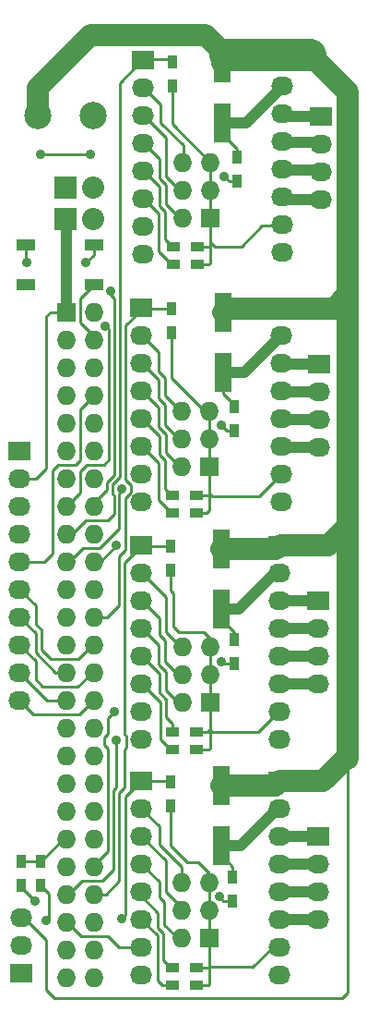
<source format=gtl>
G04 #@! TF.FileFunction,Copper,L1,Top,Signal*
%FSLAX46Y46*%
G04 Gerber Fmt 4.6, Leading zero omitted, Abs format (unit mm)*
G04 Created by KiCad (PCBNEW (2015-01-16 BZR 5376)-product) date 27.11.2015 11:03:22*
%MOMM*%
G01*
G04 APERTURE LIST*
%ADD10C,0.100000*%
%ADD11R,2.032000X2.032000*%
%ADD12O,2.032000X2.032000*%
%ADD13R,1.600200X3.599180*%
%ADD14R,1.727200X1.727200*%
%ADD15O,1.727200X1.727200*%
%ADD16R,0.900000X1.200000*%
%ADD17R,1.200000X0.900000*%
%ADD18R,2.032000X1.727200*%
%ADD19O,2.032000X1.727200*%
%ADD20R,1.800000X1.100000*%
%ADD21C,2.500000*%
%ADD22C,0.889000*%
%ADD23C,0.254000*%
%ADD24C,0.250000*%
%ADD25C,1.000000*%
%ADD26C,2.000000*%
%ADD27C,3.000000*%
G04 APERTURE END LIST*
D10*
D11*
X122174000Y-38989000D03*
D12*
X124714000Y-38989000D03*
D11*
X122174000Y-41910000D03*
D12*
X124714000Y-41910000D03*
D13*
X136606280Y-27612340D03*
X136606280Y-33113980D03*
X136611360Y-50452020D03*
X136611360Y-55953660D03*
X136484360Y-72138540D03*
X136484360Y-77640180D03*
X136453880Y-93764100D03*
X136453880Y-99265740D03*
D14*
X135500000Y-41798240D03*
D15*
X132960000Y-41798240D03*
X135500000Y-39258240D03*
X132960000Y-39258240D03*
X135500000Y-36718240D03*
X132960000Y-36718240D03*
D14*
X135400000Y-64587120D03*
D15*
X132860000Y-64587120D03*
X135400000Y-62047120D03*
X132860000Y-62047120D03*
X135400000Y-59507120D03*
X132860000Y-59507120D03*
D14*
X135427720Y-86207600D03*
D15*
X132887720Y-86207600D03*
X135427720Y-83667600D03*
X132887720Y-83667600D03*
X135427720Y-81127600D03*
X132887720Y-81127600D03*
D14*
X135360000Y-107792520D03*
D15*
X132820000Y-107792520D03*
X135360000Y-105252520D03*
X132820000Y-105252520D03*
X135360000Y-102712520D03*
X132820000Y-102712520D03*
D16*
X131978400Y-27530880D03*
X131978400Y-29730880D03*
X131886960Y-50131800D03*
X131886960Y-52331800D03*
X131800600Y-71879280D03*
X131800600Y-74079280D03*
X131820920Y-93443880D03*
X131820920Y-95643880D03*
D17*
X132123000Y-44444920D03*
X134323000Y-44444920D03*
X132123000Y-46009560D03*
X134323000Y-46009560D03*
X132026480Y-67203320D03*
X134226480Y-67203320D03*
X132036640Y-68803520D03*
X134236640Y-68803520D03*
X132006160Y-88859360D03*
X134206160Y-88859360D03*
X132006160Y-90500200D03*
X134206160Y-90500200D03*
X131970600Y-110449360D03*
X134170600Y-110449360D03*
X131980760Y-112074960D03*
X134180760Y-112074960D03*
D18*
X145623280Y-32486600D03*
D19*
X145623280Y-35026600D03*
X145623280Y-37566600D03*
X145623280Y-40106600D03*
D18*
X145481040Y-55199280D03*
D19*
X145481040Y-57739280D03*
X145481040Y-60279280D03*
X145481040Y-62819280D03*
D18*
X145379440Y-76850240D03*
D19*
X145379440Y-79390240D03*
X145379440Y-81930240D03*
X145379440Y-84470240D03*
D18*
X145399760Y-98435160D03*
D19*
X145399760Y-100975160D03*
X145399760Y-103515160D03*
X145399760Y-106055160D03*
D18*
X117983000Y-63119000D03*
D19*
X117983000Y-65659000D03*
X117983000Y-68199000D03*
X117983000Y-70739000D03*
X117983000Y-73279000D03*
X117983000Y-75819000D03*
X117983000Y-78359000D03*
X117983000Y-80899000D03*
X117983000Y-83439000D03*
X117983000Y-85979000D03*
D20*
X118566000Y-44251000D03*
X124766000Y-44251000D03*
X118566000Y-47951000D03*
X124766000Y-47951000D03*
D18*
X118110000Y-110998000D03*
D19*
X118110000Y-108458000D03*
X118110000Y-105918000D03*
D16*
X119888000Y-102954000D03*
X119888000Y-100754000D03*
X118110000Y-100754000D03*
X118110000Y-102954000D03*
X137922000Y-38438000D03*
X137922000Y-36238000D03*
X137668000Y-61298000D03*
X137668000Y-59098000D03*
X137668000Y-82634000D03*
X137668000Y-80434000D03*
X137541000Y-104351000D03*
X137541000Y-102151000D03*
D14*
X122301000Y-50419000D03*
D15*
X124841000Y-50419000D03*
X122301000Y-52959000D03*
X124841000Y-52959000D03*
X122301000Y-55499000D03*
X124841000Y-55499000D03*
X122301000Y-58039000D03*
X124841000Y-58039000D03*
X122301000Y-60579000D03*
X124841000Y-60579000D03*
X122301000Y-63119000D03*
X124841000Y-63119000D03*
X122301000Y-65659000D03*
X124841000Y-65659000D03*
X122301000Y-68199000D03*
X124841000Y-68199000D03*
X122301000Y-70739000D03*
X124841000Y-70739000D03*
X122301000Y-73279000D03*
X124841000Y-73279000D03*
X122301000Y-75819000D03*
X124841000Y-75819000D03*
X122301000Y-78359000D03*
X124841000Y-78359000D03*
X122301000Y-80899000D03*
X124841000Y-80899000D03*
X122301000Y-83439000D03*
X124841000Y-83439000D03*
X122301000Y-85979000D03*
X124841000Y-85979000D03*
X122301000Y-88519000D03*
X124841000Y-88519000D03*
X122301000Y-91059000D03*
X124841000Y-91059000D03*
X122301000Y-93599000D03*
X124841000Y-93599000D03*
X122301000Y-96139000D03*
X124841000Y-96139000D03*
X122301000Y-98679000D03*
X124841000Y-98679000D03*
X122301000Y-101219000D03*
X124841000Y-101219000D03*
X122301000Y-103759000D03*
X124841000Y-103759000D03*
X122301000Y-106299000D03*
X124841000Y-106299000D03*
X122301000Y-108839000D03*
X124841000Y-108839000D03*
X122301000Y-111379000D03*
X124841000Y-111379000D03*
D18*
X129286000Y-27305000D03*
D19*
X129286000Y-29845000D03*
X129286000Y-32385000D03*
X129286000Y-34925000D03*
X129286000Y-37465000D03*
X129286000Y-40005000D03*
X129286000Y-42545000D03*
X129286000Y-45085000D03*
D18*
X142113000Y-27178000D03*
D19*
X142113000Y-29718000D03*
X142113000Y-32258000D03*
X142113000Y-34798000D03*
X142113000Y-37338000D03*
X142113000Y-39878000D03*
X142113000Y-42418000D03*
X142113000Y-44958000D03*
D18*
X129159000Y-50038000D03*
D19*
X129159000Y-52578000D03*
X129159000Y-55118000D03*
X129159000Y-57658000D03*
X129159000Y-60198000D03*
X129159000Y-62738000D03*
X129159000Y-65278000D03*
X129159000Y-67818000D03*
D18*
X141986000Y-50038000D03*
D19*
X141986000Y-52578000D03*
X141986000Y-55118000D03*
X141986000Y-57658000D03*
X141986000Y-60198000D03*
X141986000Y-62738000D03*
X141986000Y-65278000D03*
X141986000Y-67818000D03*
D18*
X129159000Y-71755000D03*
D19*
X129159000Y-74295000D03*
X129159000Y-76835000D03*
X129159000Y-79375000D03*
X129159000Y-81915000D03*
X129159000Y-84455000D03*
X129159000Y-86995000D03*
X129159000Y-89535000D03*
D18*
X141859000Y-71755000D03*
D19*
X141859000Y-74295000D03*
X141859000Y-76835000D03*
X141859000Y-79375000D03*
X141859000Y-81915000D03*
X141859000Y-84455000D03*
X141859000Y-86995000D03*
X141859000Y-89535000D03*
D18*
X129159000Y-93345000D03*
D19*
X129159000Y-95885000D03*
X129159000Y-98425000D03*
X129159000Y-100965000D03*
X129159000Y-103505000D03*
X129159000Y-106045000D03*
X129159000Y-108585000D03*
X129159000Y-111125000D03*
D18*
X141859000Y-93345000D03*
D19*
X141859000Y-95885000D03*
X141859000Y-98425000D03*
X141859000Y-100965000D03*
X141859000Y-103505000D03*
X141859000Y-106045000D03*
X141859000Y-108585000D03*
X141859000Y-111125000D03*
D21*
X119674000Y-32385000D03*
X124674000Y-32385000D03*
D22*
X119888000Y-35941000D03*
X124460000Y-35941000D03*
X124079000Y-45847000D03*
X118618000Y-45847000D03*
X119380000Y-104394000D03*
X125857000Y-51689000D03*
X126365000Y-48514000D03*
X127317500Y-66611500D03*
X126809500Y-71818500D03*
X126682500Y-86995000D03*
X126809500Y-89662000D03*
X127381000Y-105981500D03*
X136779000Y-37973000D03*
X136461500Y-60769500D03*
X136525000Y-82423000D03*
X136296400Y-103987600D03*
X120396000Y-106172000D03*
D23*
X135356600Y-105252520D02*
X135356600Y-107792520D01*
X135356600Y-102712520D02*
X135356600Y-105252520D01*
X134170600Y-112064800D02*
X134180760Y-112074960D01*
X134175500Y-88828700D02*
X134206160Y-88859360D01*
X134236640Y-67213480D02*
X134226480Y-67203320D01*
X134112000Y-67088840D02*
X134226480Y-67203320D01*
X134239000Y-44360920D02*
X134323000Y-44444920D01*
X141859000Y-108585000D02*
X141224000Y-108585000D01*
X139382500Y-110426500D02*
X139359640Y-110449360D01*
X141224000Y-108585000D02*
X139382500Y-110426500D01*
X141884400Y-87010240D02*
X141716760Y-87010240D01*
X141997133Y-65334000D02*
X141612500Y-65334000D01*
D24*
X135427720Y-86207600D02*
X135382000Y-86253320D01*
X135427720Y-83667600D02*
X135427720Y-86207600D01*
X135427720Y-81127600D02*
X135427720Y-83667600D01*
D23*
X139867640Y-88859360D02*
X141716760Y-87010240D01*
D24*
X135427720Y-88651080D02*
X135636000Y-88859360D01*
D23*
X139867640Y-88859360D02*
X135636000Y-88859360D01*
D24*
X135427720Y-86207600D02*
X135427720Y-88651080D01*
X135219440Y-88859360D02*
X135427720Y-88651080D01*
X134206160Y-88859360D02*
X135219440Y-88859360D01*
X135305800Y-90500200D02*
X135427720Y-90378280D01*
X135427720Y-90378280D02*
X135427720Y-86207600D01*
X134206160Y-90500200D02*
X135305800Y-90500200D01*
X135427720Y-80309720D02*
X135427720Y-81127600D01*
X131800600Y-75920600D02*
X132080000Y-76200000D01*
X132080000Y-76200000D02*
X132080000Y-79248000D01*
X132080000Y-79248000D02*
X132588000Y-79756000D01*
X132588000Y-79756000D02*
X134874000Y-79756000D01*
X134874000Y-79756000D02*
X135427720Y-80309720D01*
X131800600Y-74079280D02*
X131800600Y-75920600D01*
X135387080Y-44444920D02*
X135500000Y-44332000D01*
X135500000Y-44332000D02*
X135500000Y-41798240D01*
X134323000Y-44444920D02*
X135387080Y-44444920D01*
X135346440Y-46009560D02*
X135500000Y-45856000D01*
X135500000Y-45856000D02*
X135500000Y-41798240D01*
X134323000Y-46009560D02*
X135346440Y-46009560D01*
X135895080Y-44444920D02*
X135500000Y-44049840D01*
X135500000Y-44049840D02*
X135500000Y-41798240D01*
D23*
X140233400Y-42519600D02*
X138308080Y-44444920D01*
X142026640Y-42519600D02*
X140233400Y-42519600D01*
D24*
X138308080Y-44444920D02*
X135895080Y-44444920D01*
X135500000Y-41798240D02*
X135500000Y-39258240D01*
X135500000Y-36718240D02*
X135500000Y-39258240D01*
X131978400Y-33172400D02*
X131978400Y-29730880D01*
X135500000Y-36694000D02*
X131978400Y-33172400D01*
X135500000Y-36718240D02*
X135500000Y-36694000D01*
X135360000Y-110490000D02*
X135360000Y-107792520D01*
X135360000Y-112036000D02*
X135360000Y-110490000D01*
X135321040Y-112074960D02*
X135360000Y-112036000D01*
X134180760Y-112074960D02*
X135321040Y-112074960D01*
X135360000Y-110426500D02*
X135382000Y-110448500D01*
X135382000Y-110448500D02*
X135382000Y-110490000D01*
X135382000Y-110490000D02*
X135360000Y-110490000D01*
X139382500Y-110426500D02*
X135360000Y-110426500D01*
X135337140Y-110449360D02*
X135360000Y-110426500D01*
X134170600Y-110449360D02*
X135337140Y-110449360D01*
X135360000Y-101832000D02*
X134366000Y-100838000D01*
X134366000Y-100838000D02*
X133350000Y-100838000D01*
X133350000Y-100838000D02*
X131820920Y-99308920D01*
X131820920Y-99308920D02*
X131820920Y-95643880D01*
X135360000Y-102712520D02*
X135360000Y-101832000D01*
X135400000Y-67074000D02*
X135400000Y-64587120D01*
X135636000Y-67310000D02*
X135400000Y-67074000D01*
X139954000Y-67310000D02*
X135636000Y-67310000D01*
X141930000Y-65334000D02*
X139954000Y-67310000D01*
X141997133Y-65334000D02*
X141930000Y-65334000D01*
X135382000Y-67092000D02*
X135400000Y-67074000D01*
X135270680Y-67203320D02*
X135382000Y-67092000D01*
X134226480Y-67203320D02*
X135270680Y-67203320D01*
X135158480Y-68803520D02*
X135382000Y-68580000D01*
X135382000Y-68580000D02*
X135382000Y-67092000D01*
X134236640Y-68803520D02*
X135158480Y-68803520D01*
X135400000Y-64587120D02*
X135400000Y-62047120D01*
X135400000Y-59507120D02*
X135400000Y-62047120D01*
X131886960Y-56448960D02*
X131886960Y-52331800D01*
X134945120Y-59507120D02*
X131886960Y-56448960D01*
X135400000Y-59507120D02*
X134945120Y-59507120D01*
X124460000Y-35941000D02*
X119888000Y-35941000D01*
X124766000Y-44251000D02*
X124766000Y-45160000D01*
X124766000Y-45160000D02*
X124079000Y-45847000D01*
X118566000Y-44251000D02*
X118566000Y-45795000D01*
X118566000Y-45795000D02*
X118618000Y-45847000D01*
X118110000Y-103124000D02*
X119380000Y-104394000D01*
X118110000Y-102954000D02*
X118110000Y-103124000D01*
D25*
X138610340Y-55953660D02*
X136611360Y-55953660D01*
X141859000Y-95885000D02*
X141668500Y-95885000D01*
X141668500Y-95885000D02*
X138287760Y-99265740D01*
X138287760Y-99265740D02*
X136453880Y-99265740D01*
X141884400Y-74310240D02*
X141399260Y-74310240D01*
X141399260Y-74310240D02*
X138069320Y-77640180D01*
X138069320Y-77640180D02*
X136484360Y-77640180D01*
X142026640Y-29819600D02*
X142026640Y-29867860D01*
X142026640Y-29867860D02*
X138780520Y-33113980D01*
X138780520Y-33113980D02*
X136606280Y-33113980D01*
X141997133Y-52634000D02*
X141930000Y-52634000D01*
X141930000Y-52634000D02*
X138610340Y-55953660D01*
D24*
X136606280Y-34117280D02*
X136606280Y-33113980D01*
X137922000Y-35433000D02*
X136606280Y-34117280D01*
X137922000Y-36238000D02*
X137922000Y-35433000D01*
X136611360Y-57871360D02*
X136611360Y-55953660D01*
X137668000Y-58928000D02*
X136611360Y-57871360D01*
X137668000Y-59098000D02*
X137668000Y-58928000D01*
X136484360Y-78572360D02*
X136484360Y-77640180D01*
X137668000Y-79756000D02*
X136484360Y-78572360D01*
X137668000Y-80434000D02*
X137668000Y-79756000D01*
X136453880Y-100131880D02*
X136453880Y-99265740D01*
X137541000Y-101219000D02*
X136453880Y-100131880D01*
X137541000Y-102151000D02*
X137541000Y-101219000D01*
D25*
X122301000Y-50419000D02*
X122301000Y-42037000D01*
X122301000Y-42037000D02*
X122174000Y-41910000D01*
D24*
X119507000Y-65659000D02*
X120396000Y-64770000D01*
X120396000Y-50800000D02*
X120787160Y-50408840D01*
X117983000Y-65659000D02*
X119507000Y-65659000D01*
X120396000Y-64770000D02*
X120396000Y-50800000D01*
X120787160Y-50408840D02*
X122240040Y-50408840D01*
X118110000Y-105918000D02*
X118364000Y-105918000D01*
X118364000Y-105918000D02*
X120396000Y-107950000D01*
X148082000Y-112776000D02*
X148082000Y-91376500D01*
X147574000Y-113284000D02*
X148082000Y-112776000D01*
X121158000Y-113284000D02*
X147574000Y-113284000D01*
X120396000Y-112522000D02*
X121158000Y-113284000D01*
X120396000Y-107950000D02*
X120396000Y-112522000D01*
X118110000Y-105918000D02*
X118618000Y-105918000D01*
D26*
X148082000Y-91186000D02*
X148082000Y-91376500D01*
X148082000Y-91376500D02*
X148082000Y-70104000D01*
X136453880Y-93764100D02*
X141439900Y-93764100D01*
X136484360Y-72138540D02*
X141516100Y-72138540D01*
X141997133Y-50094000D02*
X136969380Y-50094000D01*
X136969380Y-50094000D02*
X136611360Y-50452020D01*
X142026640Y-27279600D02*
X136939020Y-27279600D01*
X136939020Y-27279600D02*
X136606280Y-27612340D01*
X148082000Y-48768000D02*
X148082000Y-70104000D01*
X148082000Y-91186000D02*
X145859500Y-93281500D01*
X145796000Y-93345000D02*
X145859500Y-93281500D01*
D27*
X144589500Y-26797000D02*
X136796780Y-26797000D01*
D26*
X144589500Y-26797000D02*
X148082000Y-30226000D01*
X148082000Y-30226000D02*
X148082000Y-48768000D01*
X141859000Y-93345000D02*
X145796000Y-93345000D01*
X141439900Y-93764100D02*
X141859000Y-93345000D01*
X141884400Y-71770240D02*
X146288760Y-71770240D01*
X141516100Y-72138540D02*
X141884400Y-71770240D01*
X146288760Y-71770240D02*
X148082000Y-70104000D01*
X141997133Y-50094000D02*
X146883000Y-50094000D01*
X146883000Y-50094000D02*
X148082000Y-48768000D01*
X119674000Y-29868500D02*
X124460000Y-25082500D01*
X124460000Y-25082500D02*
X135082280Y-25082500D01*
X135082280Y-25082500D02*
X136796780Y-26797000D01*
X119674000Y-32385000D02*
X119674000Y-29868500D01*
D24*
X124766000Y-47951000D02*
X123507500Y-49209500D01*
X123507500Y-51371500D02*
X123507500Y-49209500D01*
X123507500Y-51371500D02*
X124780040Y-52644040D01*
X124780040Y-52948840D02*
X124780040Y-52644040D01*
X126178498Y-52578000D02*
X126178498Y-52010498D01*
X126178498Y-52010498D02*
X125857000Y-51689000D01*
X125857000Y-51689000D02*
X126178498Y-52010498D01*
X122240040Y-68188840D02*
X122247660Y-68188840D01*
X122247660Y-68188840D02*
X123507500Y-66929000D01*
X123507500Y-66929000D02*
X123507500Y-65024000D01*
X123507500Y-65024000D02*
X124142500Y-64389000D01*
X124142500Y-64389000D02*
X125730000Y-64389000D01*
X125730000Y-64389000D02*
X126178498Y-63940502D01*
X126178498Y-63940502D02*
X126178498Y-52578000D01*
X126178498Y-52578000D02*
X126178498Y-52451000D01*
X126365000Y-48514000D02*
X126365000Y-48823504D01*
X125987998Y-66021736D02*
X126682500Y-65327234D01*
X125987998Y-66675000D02*
X125987998Y-66021736D01*
X125987998Y-66675000D02*
X124780040Y-67882958D01*
X126682500Y-49141004D02*
X126682500Y-65327234D01*
X126365000Y-48823504D02*
X126682500Y-49141004D01*
X124780040Y-68188840D02*
X124780040Y-67882958D01*
X122240040Y-70728840D02*
X122755660Y-70728840D01*
X122755660Y-70728840D02*
X124015500Y-69469000D01*
X124015500Y-69469000D02*
X126051498Y-69469000D01*
X126051498Y-69469000D02*
X126622998Y-68897500D01*
X126622998Y-68897500D02*
X126622998Y-67250498D01*
X126622998Y-67250498D02*
X126492000Y-67119500D01*
X126492000Y-67119500D02*
X126492000Y-66230500D01*
X126492000Y-66230500D02*
X127194498Y-65528002D01*
X127194498Y-65528002D02*
X127194498Y-29411742D01*
X127194498Y-29411742D02*
X129326640Y-27279600D01*
D23*
X129326640Y-27279600D02*
X131727120Y-27279600D01*
X131727120Y-27279600D02*
X131978400Y-27530880D01*
D24*
X127317500Y-66611500D02*
X127317500Y-66865500D01*
X127317500Y-66865500D02*
X127127000Y-67056000D01*
X122240040Y-73268840D02*
X122501660Y-73268840D01*
X122501660Y-73268840D02*
X123761500Y-72009000D01*
X127127000Y-70231000D02*
X127127000Y-67056000D01*
X125349000Y-72009000D02*
X127127000Y-70231000D01*
X123761500Y-72009000D02*
X125349000Y-72009000D01*
X124780040Y-73268840D02*
X125359160Y-73268840D01*
X125359160Y-73268840D02*
X126809500Y-71818500D01*
X127698500Y-51666613D02*
X129271113Y-50094000D01*
D23*
X129271113Y-50094000D02*
X131849160Y-50094000D01*
D24*
X127698500Y-67564000D02*
X127698500Y-67437000D01*
X128206500Y-66294000D02*
X127698500Y-65786000D01*
X128206500Y-66929000D02*
X128206500Y-66294000D01*
X127698500Y-67437000D02*
X128206500Y-66929000D01*
X124780040Y-78348840D02*
X125994160Y-78348840D01*
X127698500Y-72199500D02*
X127698500Y-67564000D01*
X127698500Y-65786000D02*
X127698500Y-51666613D01*
X127063500Y-72834500D02*
X127698500Y-72199500D01*
X127063500Y-77279500D02*
X127063500Y-72834500D01*
X125994160Y-78348840D02*
X127063500Y-77279500D01*
D23*
X131849160Y-50094000D02*
X131886960Y-50131800D01*
D24*
X122240040Y-98668840D02*
X121973160Y-98668840D01*
X118110000Y-100754000D02*
X119888000Y-100754000D01*
X121973160Y-98668840D02*
X119888000Y-100754000D01*
X126047500Y-90551000D02*
X126047500Y-90424000D01*
X125730000Y-89408000D02*
X126047500Y-89090500D01*
X125730000Y-90106500D02*
X125730000Y-89408000D01*
X126047500Y-90424000D02*
X125730000Y-90106500D01*
D23*
X124780040Y-101208840D02*
X124780040Y-101089460D01*
X124780040Y-101089460D02*
X126047500Y-99822000D01*
X126047500Y-99822000D02*
X126047500Y-90551000D01*
X126047500Y-89090500D02*
X126047500Y-87630000D01*
X126047500Y-87630000D02*
X126682500Y-86995000D01*
D24*
X126873000Y-89598500D02*
X126809500Y-89662000D01*
X126809500Y-89662000D02*
X126873000Y-89598500D01*
X122240040Y-103748840D02*
X122438160Y-103748840D01*
X122438160Y-103748840D02*
X123698000Y-102489000D01*
X123698000Y-102489000D02*
X125539500Y-102489000D01*
X125539500Y-102489000D02*
X126557498Y-101471002D01*
X126557498Y-101471002D02*
X126557498Y-94232002D01*
X126557498Y-94232002D02*
X126809500Y-93980000D01*
X126809500Y-93980000D02*
X126809500Y-89662000D01*
X127571500Y-90487500D02*
X127762000Y-90297000D01*
X127762000Y-89281000D02*
X127571500Y-89090500D01*
X127762000Y-90297000D02*
X127762000Y-89281000D01*
D23*
X124780040Y-103748840D02*
X125867160Y-103748840D01*
X127571500Y-73383140D02*
X129184400Y-71770240D01*
X127571500Y-93980000D02*
X127571500Y-90487500D01*
X127571500Y-89090500D02*
X127571500Y-73383140D01*
X127063500Y-94488000D02*
X127571500Y-93980000D01*
X127063500Y-102552500D02*
X127063500Y-94488000D01*
X125867160Y-103748840D02*
X127063500Y-102552500D01*
X131800600Y-71879280D02*
X129293440Y-71879280D01*
X129293440Y-71879280D02*
X129184400Y-71770240D01*
X129159000Y-108585000D02*
X127063500Y-108585000D01*
X123634500Y-107569000D02*
X122354340Y-106288840D01*
X126047500Y-107569000D02*
X123634500Y-107569000D01*
X127063500Y-108585000D02*
X126047500Y-107569000D01*
X122354340Y-106288840D02*
X122240040Y-106288840D01*
X127381000Y-105981500D02*
X127698500Y-105664000D01*
X127698500Y-105664000D02*
X127698500Y-94805500D01*
X127698500Y-94805500D02*
X129159000Y-93345000D01*
X129159000Y-93345000D02*
X131722040Y-93345000D01*
X131722040Y-93345000D02*
X131820920Y-93443880D01*
X130810000Y-36382960D02*
X129326640Y-34899600D01*
X132994400Y-41798240D02*
X132666740Y-41798240D01*
X132666740Y-41798240D02*
X131381500Y-40513000D01*
X131381500Y-40513000D02*
X131381500Y-38735000D01*
X131381500Y-38735000D02*
X130810000Y-38163500D01*
X130810000Y-38163500D02*
X130810000Y-36382960D01*
X131381500Y-34414460D02*
X129326640Y-32359600D01*
X132994400Y-39258240D02*
X132666740Y-39258240D01*
X132666740Y-39258240D02*
X131381500Y-37973000D01*
X131381500Y-37973000D02*
X131381500Y-34414460D01*
X132994400Y-36718240D02*
X132994400Y-35140900D01*
X130937000Y-31429960D02*
X129326640Y-29819600D01*
X130937000Y-33083500D02*
X130937000Y-31429960D01*
X132994400Y-35140900D02*
X130937000Y-33083500D01*
D24*
X137244000Y-38438000D02*
X137922000Y-38438000D01*
X136779000Y-37973000D02*
X137244000Y-38438000D01*
D23*
X132867400Y-64587120D02*
X132659120Y-64587120D01*
X132659120Y-64587120D02*
X131381500Y-63309500D01*
X131381500Y-63309500D02*
X131381500Y-61595000D01*
X131381500Y-61595000D02*
X130746500Y-60960000D01*
X130746500Y-60960000D02*
X130746500Y-59189387D01*
X130746500Y-59189387D02*
X129271113Y-57714000D01*
X132867400Y-62047120D02*
X132595620Y-62047120D01*
X132595620Y-62047120D02*
X131318000Y-60769500D01*
X131318000Y-60769500D02*
X131318000Y-58928000D01*
X131318000Y-58928000D02*
X130746500Y-58356500D01*
X130746500Y-58356500D02*
X130746500Y-56649387D01*
X130746500Y-56649387D02*
X129271113Y-55174000D01*
X132867400Y-59507120D02*
X132722620Y-59507120D01*
X132722620Y-59507120D02*
X131318000Y-58102500D01*
X131318000Y-58102500D02*
X131318000Y-56451500D01*
X131318000Y-56451500D02*
X130746500Y-55880000D01*
X130746500Y-55880000D02*
X130746500Y-54109387D01*
D24*
X136990000Y-61298000D02*
X137668000Y-61298000D01*
X136461500Y-60769500D02*
X136990000Y-61298000D01*
D23*
X130746500Y-54109387D02*
X129271113Y-52634000D01*
X132887720Y-86207600D02*
X132499100Y-86207600D01*
X132499100Y-86207600D02*
X131381500Y-85090000D01*
X131381500Y-85090000D02*
X131381500Y-83375500D01*
X131381500Y-83375500D02*
X130746500Y-82740500D01*
X130746500Y-82740500D02*
X130746500Y-80952340D01*
X130746500Y-80952340D02*
X129184400Y-79390240D01*
X132887720Y-83667600D02*
X132499100Y-83667600D01*
X132499100Y-83667600D02*
X131318000Y-82486500D01*
X131318000Y-82486500D02*
X131318000Y-80518000D01*
X131318000Y-80518000D02*
X130810000Y-80010000D01*
X130810000Y-80010000D02*
X130810000Y-78475840D01*
X130810000Y-78475840D02*
X129184400Y-76850240D01*
X132887720Y-81127600D02*
X132753100Y-81127600D01*
X132753100Y-81127600D02*
X131381500Y-79756000D01*
X131381500Y-79756000D02*
X131381500Y-76507340D01*
X131381500Y-76507340D02*
X129184400Y-74310240D01*
D24*
X136525000Y-82423000D02*
X136736000Y-82634000D01*
X136736000Y-82634000D02*
X137668000Y-82634000D01*
D23*
X132816600Y-107792520D02*
X132494020Y-107792520D01*
X132494020Y-107792520D02*
X131254500Y-106553000D01*
X131254500Y-106553000D02*
X131254500Y-104457500D01*
X131254500Y-104457500D02*
X130810000Y-104013000D01*
X130810000Y-104013000D02*
X130810000Y-102616000D01*
X130810000Y-102616000D02*
X129159000Y-100965000D01*
X132816600Y-105252520D02*
X132816600Y-104940100D01*
X132816600Y-104940100D02*
X131381500Y-103505000D01*
X131381500Y-103505000D02*
X131381500Y-100647500D01*
X131381500Y-100647500D02*
X129159000Y-98425000D01*
X132816600Y-102712520D02*
X132816600Y-101257100D01*
X130810000Y-97536000D02*
X129159000Y-95885000D01*
X130810000Y-99250500D02*
X130810000Y-97536000D01*
X132816600Y-101257100D02*
X130810000Y-99250500D01*
D24*
X136659800Y-104351000D02*
X137541000Y-104351000D01*
X136296400Y-103987600D02*
X136659800Y-104351000D01*
D23*
X130810000Y-38922960D02*
X129326640Y-37439600D01*
X130810000Y-40703500D02*
X130810000Y-38922960D01*
X132123000Y-44444920D02*
X132011422Y-44444920D01*
X132011422Y-44444920D02*
X131318000Y-43751498D01*
X131318000Y-43751498D02*
X131318000Y-41211500D01*
X131318000Y-41211500D02*
X130810000Y-40703500D01*
X130746500Y-41399460D02*
X129326640Y-39979600D01*
X132123000Y-46009560D02*
X131925060Y-46009560D01*
X131925060Y-46009560D02*
X130746500Y-44831000D01*
X130746500Y-44831000D02*
X130746500Y-41399460D01*
X130810000Y-61792887D02*
X129271113Y-60254000D01*
X130810000Y-63500000D02*
X130810000Y-61792887D01*
X132026480Y-67203320D02*
X131909822Y-67203320D01*
X131909822Y-67203320D02*
X131318000Y-66611498D01*
X131318000Y-66611498D02*
X131318000Y-64008000D01*
X131318000Y-64008000D02*
X130810000Y-63500000D01*
X130746500Y-64269387D02*
X129271113Y-62794000D01*
X132036640Y-68803520D02*
X131922520Y-68803520D01*
X131922520Y-68803520D02*
X130746500Y-67627500D01*
X130746500Y-67627500D02*
X130746500Y-64269387D01*
X130810000Y-83555840D02*
X129184400Y-81930240D01*
X130810000Y-85280500D02*
X130810000Y-83555840D01*
X131445000Y-85915500D02*
X130810000Y-85280500D01*
X132006160Y-88859360D02*
X132006160Y-88127660D01*
X132006160Y-88127660D02*
X131445000Y-87566500D01*
X131445000Y-87566500D02*
X131445000Y-85915500D01*
X130873500Y-86159340D02*
X129184400Y-84470240D01*
X132006160Y-90500200D02*
X131838700Y-90500200D01*
X131838700Y-90500200D02*
X130873500Y-89535000D01*
X130873500Y-89535000D02*
X130873500Y-86159340D01*
X130683000Y-105473500D02*
X129095500Y-103886000D01*
X131191000Y-109791498D02*
X131191000Y-107315000D01*
X130683000Y-106807000D02*
X131191000Y-107315000D01*
X130683000Y-105473500D02*
X130683000Y-106807000D01*
X131970600Y-110449360D02*
X131848862Y-110449360D01*
X131848862Y-110449360D02*
X131191000Y-109791498D01*
X130619500Y-107505500D02*
X129159000Y-106045000D01*
X131980760Y-112074960D02*
X131061460Y-112074960D01*
X130619500Y-111633000D02*
X130619500Y-107505500D01*
X131061460Y-112074960D02*
X130619500Y-111633000D01*
D25*
X145623280Y-32486600D02*
X142153640Y-32486600D01*
X142153640Y-32486600D02*
X142026640Y-32359600D01*
D23*
X142153640Y-32486600D02*
X142026640Y-32359600D01*
D25*
X142026640Y-34899600D02*
X145496280Y-34899600D01*
D23*
X145623280Y-35026600D02*
X142153640Y-35026600D01*
X142153640Y-35026600D02*
X142026640Y-34899600D01*
D25*
X145496280Y-34899600D02*
X145623280Y-35026600D01*
X145496280Y-37439600D02*
X145623280Y-37566600D01*
X142026640Y-37439600D02*
X145496280Y-37439600D01*
D23*
X145623280Y-37566600D02*
X142153640Y-37566600D01*
X142153640Y-37566600D02*
X142026640Y-37439600D01*
D25*
X145623280Y-40106600D02*
X142153640Y-40106600D01*
X142153640Y-40106600D02*
X142026640Y-39979600D01*
D23*
X142153640Y-40106600D02*
X142026640Y-39979600D01*
D25*
X145481040Y-55199280D02*
X142022413Y-55199280D01*
X142022413Y-55199280D02*
X141997133Y-55174000D01*
D23*
X142022413Y-55199280D02*
X141997133Y-55174000D01*
D25*
X141997133Y-57714000D02*
X145455760Y-57714000D01*
X145455760Y-57714000D02*
X145481040Y-57739280D01*
D23*
X145481040Y-57739280D02*
X142022413Y-57739280D01*
X142022413Y-57739280D02*
X141997133Y-57714000D01*
D25*
X145481040Y-60279280D02*
X142022413Y-60279280D01*
X142022413Y-60279280D02*
X141997133Y-60254000D01*
D23*
X141997133Y-60254000D02*
X145455760Y-60254000D01*
X145455760Y-60254000D02*
X145481040Y-60279280D01*
D25*
X141997133Y-62794000D02*
X145455760Y-62794000D01*
X145455760Y-62794000D02*
X145481040Y-62819280D01*
D23*
X145481040Y-62819280D02*
X142022413Y-62819280D01*
X142022413Y-62819280D02*
X141997133Y-62794000D01*
D25*
X141884400Y-76850240D02*
X145379440Y-76850240D01*
X141884400Y-79390240D02*
X145379440Y-79390240D01*
X141884400Y-81930240D02*
X145379440Y-81930240D01*
X141884400Y-84470240D02*
X145379440Y-84470240D01*
X145399760Y-98435160D02*
X141869160Y-98435160D01*
X141869160Y-98435160D02*
X141859000Y-98425000D01*
D23*
X141859000Y-98425000D02*
X145389600Y-98425000D01*
X145389600Y-98425000D02*
X145399760Y-98435160D01*
D25*
X141859000Y-100965000D02*
X145389600Y-100965000D01*
X145389600Y-100965000D02*
X145399760Y-100975160D01*
D23*
X145389600Y-100965000D02*
X145399760Y-100975160D01*
D25*
X145399760Y-103515160D02*
X141869160Y-103515160D01*
X141869160Y-103515160D02*
X141859000Y-103505000D01*
D23*
X141859000Y-103505000D02*
X145389600Y-103505000D01*
X145389600Y-103505000D02*
X145399760Y-103515160D01*
D25*
X141859000Y-106045000D02*
X145389600Y-106045000D01*
X145389600Y-106045000D02*
X145399760Y-106055160D01*
D23*
X145389600Y-106045000D02*
X145399760Y-106055160D01*
D24*
X123507500Y-59301380D02*
X124780040Y-58028840D01*
X123507500Y-64008000D02*
X123507500Y-59301380D01*
X123126500Y-64389000D02*
X123507500Y-64008000D01*
X121539000Y-64389000D02*
X123126500Y-64389000D01*
X120967500Y-64960500D02*
X121539000Y-64389000D01*
X120967500Y-72580500D02*
X120967500Y-64960500D01*
X120269000Y-73279000D02*
X120967500Y-72580500D01*
X117983000Y-73279000D02*
X120269000Y-73279000D01*
X120015000Y-79565500D02*
X119443500Y-78994000D01*
X119443500Y-78994000D02*
X119443500Y-77279500D01*
X124780040Y-80888840D02*
X124660660Y-80888840D01*
X124660660Y-80888840D02*
X123380500Y-82169000D01*
X123380500Y-82169000D02*
X120840500Y-82169000D01*
X120840500Y-82169000D02*
X120015000Y-81343500D01*
X120015000Y-81343500D02*
X120015000Y-79565500D01*
X119443500Y-77279500D02*
X117983000Y-75819000D01*
X121285000Y-83439000D02*
X119443500Y-81597500D01*
X119443500Y-81597500D02*
X119443500Y-79819500D01*
X122240040Y-83428840D02*
X121211340Y-83428840D01*
X121211340Y-83428840D02*
X122240040Y-83428840D01*
X122240040Y-83428840D02*
X122229880Y-83439000D01*
X122229880Y-83439000D02*
X121285000Y-83439000D01*
X119443500Y-79819500D02*
X117983000Y-78359000D01*
X124780040Y-83428840D02*
X124597160Y-83428840D01*
X124597160Y-83428840D02*
X123317000Y-84709000D01*
X123317000Y-84709000D02*
X120078500Y-84709000D01*
X120078500Y-84709000D02*
X119443500Y-84074000D01*
X119443500Y-84074000D02*
X119443500Y-82359500D01*
X119443500Y-82359500D02*
X117983000Y-80899000D01*
X120512840Y-85968840D02*
X117983000Y-83439000D01*
X122240040Y-85968840D02*
X120512840Y-85968840D01*
X124780040Y-85968840D02*
X124724160Y-85968840D01*
X124724160Y-85968840D02*
X123444000Y-87249000D01*
X123444000Y-87249000D02*
X119253000Y-87249000D01*
X119253000Y-87249000D02*
X117983000Y-85979000D01*
X120650000Y-103716000D02*
X119888000Y-102954000D01*
X120650000Y-105918000D02*
X120650000Y-103716000D01*
X120396000Y-106172000D02*
X120650000Y-105918000D01*
M02*

</source>
